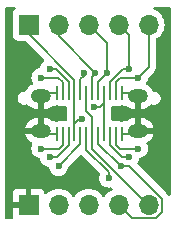
<source format=gbr>
%TF.GenerationSoftware,KiCad,Pcbnew,8.0.7*%
%TF.CreationDate,2025-05-14T16:02:52-05:00*%
%TF.ProjectId,usbc_breakout,75736263-5f62-4726-9561-6b6f75742e6b,rev?*%
%TF.SameCoordinates,Original*%
%TF.FileFunction,Copper,L1,Top*%
%TF.FilePolarity,Positive*%
%FSLAX46Y46*%
G04 Gerber Fmt 4.6, Leading zero omitted, Abs format (unit mm)*
G04 Created by KiCad (PCBNEW 8.0.7) date 2025-05-14 16:02:52*
%MOMM*%
%LPD*%
G01*
G04 APERTURE LIST*
%TA.AperFunction,SMDPad,CuDef*%
%ADD10R,0.270000X1.300000*%
%TD*%
%TA.AperFunction,ComponentPad*%
%ADD11O,1.700000X1.200000*%
%TD*%
%TA.AperFunction,ComponentPad*%
%ADD12R,1.700000X1.700000*%
%TD*%
%TA.AperFunction,ComponentPad*%
%ADD13O,1.700000X1.700000*%
%TD*%
%TA.AperFunction,ViaPad*%
%ADD14C,0.600000*%
%TD*%
%TA.AperFunction,Conductor*%
%ADD15C,0.200000*%
%TD*%
G04 APERTURE END LIST*
D10*
%TO.P,P1,A1,GND*%
%TO.N,/GND*%
X4850000Y-7780000D03*
%TO.P,P1,A2,TX1+*%
%TO.N,/P02*%
X5350000Y-7780000D03*
%TO.P,P1,A3,TX1-*%
%TO.N,/P03*%
X5850000Y-7780000D03*
%TO.P,P1,A4,VBUS*%
%TO.N,/VBUS*%
X6350000Y-7780000D03*
%TO.P,P1,A5,CC1*%
%TO.N,/P05*%
X6850000Y-7780000D03*
%TO.P,P1,A6,D+*%
%TO.N,/P06*%
X7350000Y-7780000D03*
%TO.P,P1,A7,D-*%
%TO.N,/P07*%
X7850000Y-7780000D03*
%TO.P,P1,A8,SBU1*%
%TO.N,/P08*%
X8350000Y-7780000D03*
%TO.P,P1,A9,VBUS*%
%TO.N,/VBUS*%
X8850000Y-7780000D03*
%TO.P,P1,A10,RX2-*%
%TO.N,/P10*%
X9350000Y-7780000D03*
%TO.P,P1,A11,RX2+*%
%TO.N,/P11*%
X9850000Y-7780000D03*
%TO.P,P1,A12,GND*%
%TO.N,/GND*%
X10350000Y-7780000D03*
%TO.P,P1,B1,GND*%
X10350000Y-11280000D03*
%TO.P,P1,B2,TX2+*%
%TO.N,/P02*%
X9850000Y-11280000D03*
%TO.P,P1,B3,TX2-*%
%TO.N,/P03*%
X9350000Y-11280000D03*
%TO.P,P1,B4,VBUS*%
%TO.N,/VBUS*%
X8850000Y-11280000D03*
%TO.P,P1,B5,CC2*%
%TO.N,/P05*%
X8350000Y-11280000D03*
%TO.P,P1,B6,D+*%
%TO.N,/P06*%
X7850000Y-11280000D03*
%TO.P,P1,B7,D-*%
%TO.N,/P07*%
X7350000Y-11280000D03*
%TO.P,P1,B8,SBU2*%
%TO.N,/P08*%
X6850000Y-11280000D03*
%TO.P,P1,B9,VBUS*%
%TO.N,/VBUS*%
X6350000Y-11280000D03*
%TO.P,P1,B10,RX1-*%
%TO.N,/P10*%
X5850000Y-11280000D03*
%TO.P,P1,B11,RX1+*%
%TO.N,/P11*%
X5350000Y-11280000D03*
%TO.P,P1,B12,GND*%
%TO.N,/GND*%
X4850000Y-11280000D03*
D11*
%TO.P,P1,S1,SHIELD*%
X3500000Y-8060000D03*
X3500000Y-11000000D03*
X11700000Y-8060000D03*
X11700000Y-11000000D03*
%TD*%
D12*
%TO.P,J3,1,Pin_1*%
%TO.N,/VBUS*%
X2460000Y-2000000D03*
D13*
%TO.P,J3,2,Pin_2*%
%TO.N,/P07*%
X5000000Y-2000000D03*
%TO.P,J3,3,Pin_3*%
%TO.N,/P08*%
X7540000Y-2000000D03*
%TO.P,J3,4,Pin_4*%
%TO.N,/P10*%
X10080000Y-2000000D03*
%TO.P,J3,5,Pin_5*%
%TO.N,/P11*%
X12620000Y-2000000D03*
%TD*%
D12*
%TO.P,J2,1,Pin_1*%
%TO.N,/GND*%
X2460000Y-17240000D03*
D13*
%TO.P,J2,2,Pin_2*%
%TO.N,/P02*%
X5000000Y-17240000D03*
%TO.P,J2,3,Pin_3*%
%TO.N,/P03*%
X7540000Y-17240000D03*
%TO.P,J2,4,Pin_4*%
%TO.N,/P05*%
X10080000Y-17240000D03*
%TO.P,J2,5,Pin_5*%
%TO.N,/P06*%
X12620000Y-17240000D03*
%TD*%
D14*
%TO.N,/GND*%
X1250000Y-14750000D03*
X13750000Y-14750000D03*
X13750000Y-4500000D03*
X1250000Y-4500000D03*
%TO.N,/VBUS*%
X8000000Y-9000000D03*
X7000000Y-10000000D03*
%TO.N,/P07*%
X9250000Y-15000000D03*
%TO.N,/P05*%
X10250000Y-14000000D03*
%TO.N,/P08*%
X5000000Y-14000000D03*
%TO.N,/P03*%
X11000000Y-13250000D03*
%TO.N,/P10*%
X4250000Y-13250000D03*
%TO.N,/P02*%
X11750000Y-12500000D03*
%TO.N,/P11*%
X3500000Y-12500000D03*
%TO.N,/P08*%
X9125000Y-6125000D03*
%TO.N,/P10*%
X11000000Y-5750000D03*
%TO.N,/P07*%
X8125000Y-6125000D03*
%TO.N,/P05*%
X7125000Y-6125000D03*
%TO.N,/P03*%
X4250000Y-5750000D03*
%TO.N,/P11*%
X11750000Y-6500000D03*
%TO.N,/P02*%
X3500000Y-6500000D03*
%TD*%
D15*
%TO.N,/P05*%
X13770000Y-17880000D02*
X13250000Y-18400000D01*
X13770000Y-16763654D02*
X13770000Y-17880000D01*
X10250000Y-14000000D02*
X11006346Y-14000000D01*
X11006346Y-14000000D02*
X13770000Y-16763654D01*
X13250000Y-18400000D02*
X11240000Y-18400000D01*
X11240000Y-18400000D02*
X10080000Y-17240000D01*
%TO.N,/VBUS*%
X8850000Y-8665000D02*
X8850000Y-7780000D01*
X8515000Y-9000000D02*
X8850000Y-8665000D01*
X8000000Y-9000000D02*
X8515000Y-9000000D01*
X6745000Y-10000000D02*
X7000000Y-10000000D01*
X6350000Y-10395000D02*
X6745000Y-10000000D01*
X6350000Y-11280000D02*
X6350000Y-10395000D01*
%TO.N,/P06*%
X7350000Y-9350000D02*
X7850000Y-9850000D01*
X7350000Y-7780000D02*
X7350000Y-9350000D01*
X7850000Y-9850000D02*
X7850000Y-11280000D01*
%TO.N,/P07*%
X7850000Y-6400000D02*
X7850000Y-7780000D01*
X8125000Y-6125000D02*
X7850000Y-6400000D01*
%TO.N,/P08*%
X8350000Y-6900000D02*
X8350000Y-7780000D01*
X9125000Y-3585000D02*
X7540000Y-2000000D01*
X9125000Y-6125000D02*
X9125000Y-3585000D01*
X9125000Y-6125000D02*
X8350000Y-6900000D01*
%TO.N,/P05*%
X6850000Y-6600000D02*
X6850000Y-7780000D01*
X7125000Y-6125000D02*
X7125000Y-6325000D01*
X7125000Y-6325000D02*
X6850000Y-6600000D01*
%TO.N,/P07*%
X5000000Y-3000000D02*
X5000000Y-2000000D01*
X8125000Y-6125000D02*
X5000000Y-3000000D01*
%TO.N,/P06*%
X12315686Y-17000000D02*
X12585000Y-17000000D01*
X7850000Y-12534314D02*
X12315686Y-17000000D01*
X7850000Y-11280000D02*
X7850000Y-12534314D01*
%TO.N,/P07*%
X7350000Y-12600000D02*
X7350000Y-11280000D01*
X9250000Y-14500000D02*
X7350000Y-12600000D01*
X9250000Y-15000000D02*
X9250000Y-14500000D01*
%TO.N,/P05*%
X8350000Y-12100000D02*
X10250000Y-14000000D01*
X8350000Y-11280000D02*
X8350000Y-12100000D01*
%TO.N,/P08*%
X6850000Y-12150000D02*
X5000000Y-14000000D01*
X6850000Y-11280000D02*
X6850000Y-12150000D01*
%TO.N,/P03*%
X10369314Y-13250000D02*
X11000000Y-13250000D01*
X9350000Y-12230686D02*
X10369314Y-13250000D01*
X9350000Y-11280000D02*
X9350000Y-12230686D01*
%TO.N,/P10*%
X4830686Y-13250000D02*
X4250000Y-13250000D01*
X5850000Y-12230686D02*
X4830686Y-13250000D01*
X5850000Y-11280000D02*
X5850000Y-12230686D01*
%TO.N,/P02*%
X10185000Y-12500000D02*
X11750000Y-12500000D01*
X9850000Y-12165000D02*
X10185000Y-12500000D01*
X9850000Y-11280000D02*
X9850000Y-12165000D01*
%TO.N,/P11*%
X5350000Y-12165000D02*
X5015000Y-12500000D01*
X5015000Y-12500000D02*
X3500000Y-12500000D01*
X5350000Y-11280000D02*
X5350000Y-12165000D01*
X12620000Y-5630000D02*
X11750000Y-6500000D01*
X12620000Y-2000000D02*
X12620000Y-5630000D01*
%TO.N,/P10*%
X11000000Y-2920000D02*
X11000000Y-5750000D01*
X10080000Y-2000000D02*
X11000000Y-2920000D01*
%TO.N,/VBUS*%
X2460000Y-2775686D02*
X2460000Y-2000000D01*
X6350000Y-6665686D02*
X2460000Y-2775686D01*
X6350000Y-7780000D02*
X6350000Y-6665686D01*
%TO.N,/P10*%
X10429314Y-5750000D02*
X11000000Y-5750000D01*
X9350000Y-6829314D02*
X10429314Y-5750000D01*
X9350000Y-7780000D02*
X9350000Y-6829314D01*
%TO.N,/P03*%
X5850000Y-6829314D02*
X5850000Y-7780000D01*
X4770686Y-5750000D02*
X5850000Y-6829314D01*
X4250000Y-5750000D02*
X4770686Y-5750000D01*
%TO.N,/P11*%
X10245000Y-6500000D02*
X11750000Y-6500000D01*
X9850000Y-6895000D02*
X10245000Y-6500000D01*
X9850000Y-7780000D02*
X9850000Y-6895000D01*
%TO.N,/P02*%
X4955000Y-6500000D02*
X3500000Y-6500000D01*
X5350000Y-6895000D02*
X4955000Y-6500000D01*
X5350000Y-7780000D02*
X5350000Y-6895000D01*
%TO.N,/GND*%
X11420000Y-11280000D02*
X11700000Y-11000000D01*
X10350000Y-11280000D02*
X11420000Y-11280000D01*
X10350000Y-7780000D02*
X11420000Y-7780000D01*
X11420000Y-7780000D02*
X11700000Y-8060000D01*
X3780000Y-11280000D02*
X3500000Y-11000000D01*
X4850000Y-11280000D02*
X3780000Y-11280000D01*
X3780000Y-7780000D02*
X3500000Y-8060000D01*
X4850000Y-7780000D02*
X3780000Y-7780000D01*
%TO.N,/VBUS*%
X8850000Y-11280000D02*
X8850000Y-7780000D01*
X6350000Y-7780000D02*
X6350000Y-11280000D01*
%TD*%
%TA.AperFunction,Conductor*%
%TO.N,/GND*%
G36*
X1336936Y-520185D02*
G01*
X1382691Y-572989D01*
X1392635Y-642147D01*
X1363610Y-705703D01*
X1344208Y-723766D01*
X1252455Y-792452D01*
X1252452Y-792455D01*
X1166206Y-907664D01*
X1166202Y-907671D01*
X1115908Y-1042517D01*
X1109501Y-1102116D01*
X1109500Y-1102135D01*
X1109500Y-2897870D01*
X1109501Y-2897876D01*
X1115908Y-2957483D01*
X1166202Y-3092328D01*
X1166206Y-3092335D01*
X1252452Y-3207544D01*
X1252455Y-3207547D01*
X1367664Y-3293793D01*
X1367671Y-3293797D01*
X1390563Y-3302335D01*
X1502517Y-3344091D01*
X1562127Y-3350500D01*
X2134216Y-3350499D01*
X2201255Y-3370183D01*
X2221897Y-3386818D01*
X3765234Y-4930155D01*
X3798719Y-4991478D01*
X3793735Y-5061170D01*
X3752993Y-5115593D01*
X3753188Y-5115837D01*
X3752251Y-5116583D01*
X3751863Y-5117103D01*
X3749969Y-5118403D01*
X3747739Y-5120182D01*
X3620184Y-5247737D01*
X3524210Y-5400478D01*
X3464630Y-5570750D01*
X3461132Y-5601798D01*
X3434064Y-5666211D01*
X3376468Y-5705765D01*
X3351798Y-5711132D01*
X3320750Y-5714630D01*
X3150478Y-5774210D01*
X2997737Y-5870184D01*
X2870184Y-5997737D01*
X2774211Y-6150476D01*
X2714631Y-6320745D01*
X2714630Y-6320750D01*
X2694435Y-6499996D01*
X2694435Y-6500003D01*
X2714630Y-6679249D01*
X2714631Y-6679254D01*
X2774211Y-6849523D01*
X2805958Y-6900048D01*
X2824958Y-6967285D01*
X2804590Y-7034120D01*
X2757260Y-7076504D01*
X2673478Y-7119194D01*
X2533397Y-7220967D01*
X2410967Y-7343397D01*
X2309195Y-7483475D01*
X2243814Y-7611795D01*
X2195840Y-7662591D01*
X2133329Y-7679500D01*
X2027525Y-7679500D01*
X1898993Y-7713940D01*
X1887511Y-7717017D01*
X1761988Y-7789488D01*
X1761982Y-7789493D01*
X1659493Y-7891982D01*
X1659488Y-7891988D01*
X1587017Y-8017511D01*
X1587016Y-8017515D01*
X1549500Y-8157525D01*
X1549500Y-8302475D01*
X1584405Y-8432741D01*
X1587017Y-8442488D01*
X1659488Y-8568011D01*
X1659490Y-8568013D01*
X1659491Y-8568015D01*
X1761985Y-8670509D01*
X1761986Y-8670510D01*
X1761988Y-8670511D01*
X1887511Y-8742982D01*
X1887512Y-8742982D01*
X1887515Y-8742984D01*
X2027525Y-8780500D01*
X2027528Y-8780500D01*
X2172472Y-8780500D01*
X2172475Y-8780500D01*
X2294492Y-8747805D01*
X2364339Y-8749468D01*
X2414264Y-8779899D01*
X2533397Y-8899032D01*
X2673475Y-9000804D01*
X2827742Y-9079408D01*
X2992415Y-9132914D01*
X3163429Y-9160000D01*
X3250000Y-9160000D01*
X3250000Y-8460000D01*
X3750000Y-8460000D01*
X3750000Y-9160000D01*
X3836571Y-9160000D01*
X4007584Y-9132914D01*
X4172257Y-9079408D01*
X4326525Y-9000803D01*
X4438245Y-8919634D01*
X4504052Y-8896154D01*
X4554465Y-8903771D01*
X4607616Y-8923595D01*
X4607627Y-8923598D01*
X4667155Y-8929999D01*
X4667172Y-8930000D01*
X4715000Y-8930000D01*
X4715000Y-8928627D01*
X4734685Y-8861588D01*
X4787489Y-8815833D01*
X4856647Y-8805889D01*
X4913310Y-8829360D01*
X4935310Y-8845829D01*
X4977182Y-8901762D01*
X4981676Y-8926676D01*
X4985000Y-8930000D01*
X5032828Y-8930000D01*
X5032844Y-8929999D01*
X5084399Y-8924456D01*
X5110902Y-8924455D01*
X5167127Y-8930500D01*
X5532872Y-8930499D01*
X5586743Y-8924708D01*
X5613254Y-8924708D01*
X5638756Y-8927450D01*
X5703307Y-8954188D01*
X5743155Y-9011581D01*
X5749500Y-9050739D01*
X5749500Y-10009261D01*
X5729815Y-10076300D01*
X5677011Y-10122055D01*
X5638752Y-10132551D01*
X5613252Y-10135292D01*
X5586747Y-10135292D01*
X5571723Y-10133676D01*
X5532873Y-10129500D01*
X5532866Y-10129500D01*
X5167130Y-10129500D01*
X5167120Y-10129501D01*
X5110903Y-10135544D01*
X5084396Y-10135544D01*
X5032828Y-10130000D01*
X4985000Y-10130000D01*
X4978724Y-10136275D01*
X4965315Y-10181942D01*
X4935310Y-10214170D01*
X4913310Y-10230639D01*
X4847846Y-10255056D01*
X4779573Y-10240204D01*
X4730168Y-10190799D01*
X4715000Y-10131372D01*
X4715000Y-10130000D01*
X4667155Y-10130000D01*
X4607627Y-10136401D01*
X4607620Y-10136403D01*
X4554462Y-10156229D01*
X4484770Y-10161212D01*
X4438246Y-10140365D01*
X4326524Y-10059195D01*
X4172257Y-9980591D01*
X4007584Y-9927085D01*
X3836571Y-9900000D01*
X3750000Y-9900000D01*
X3750000Y-10600000D01*
X3250000Y-10600000D01*
X3250000Y-9900000D01*
X3163429Y-9900000D01*
X2992415Y-9927085D01*
X2827742Y-9980591D01*
X2673475Y-10059195D01*
X2533397Y-10160967D01*
X2410967Y-10283397D01*
X2309195Y-10423475D01*
X2230591Y-10577744D01*
X2177085Y-10742415D01*
X2175884Y-10749999D01*
X2175885Y-10750000D01*
X2934314Y-10750000D01*
X2929920Y-10754394D01*
X2877259Y-10845606D01*
X2850000Y-10947339D01*
X2850000Y-11052661D01*
X2877259Y-11154394D01*
X2929920Y-11245606D01*
X2934314Y-11250000D01*
X2175885Y-11250000D01*
X2177085Y-11257584D01*
X2230591Y-11422255D01*
X2309195Y-11576524D01*
X2410967Y-11716602D01*
X2533397Y-11839032D01*
X2673477Y-11940805D01*
X2728701Y-11968943D01*
X2779497Y-12016917D01*
X2796293Y-12084738D01*
X2777405Y-12145393D01*
X2774210Y-12150477D01*
X2774210Y-12150478D01*
X2714633Y-12320737D01*
X2714630Y-12320750D01*
X2694435Y-12499996D01*
X2694435Y-12500003D01*
X2714630Y-12679249D01*
X2714631Y-12679254D01*
X2774211Y-12849523D01*
X2852573Y-12974235D01*
X2870184Y-13002262D01*
X2997738Y-13129816D01*
X3150478Y-13225789D01*
X3320745Y-13285368D01*
X3351795Y-13288866D01*
X3416207Y-13315930D01*
X3455763Y-13373524D01*
X3461132Y-13398201D01*
X3464630Y-13429249D01*
X3524210Y-13599521D01*
X3524211Y-13599522D01*
X3620184Y-13752262D01*
X3747738Y-13879816D01*
X3900478Y-13975789D01*
X4070745Y-14035368D01*
X4101795Y-14038866D01*
X4166207Y-14065930D01*
X4205763Y-14123524D01*
X4211132Y-14148201D01*
X4214630Y-14179249D01*
X4274210Y-14349521D01*
X4274211Y-14349522D01*
X4370184Y-14502262D01*
X4497738Y-14629816D01*
X4650478Y-14725789D01*
X4820745Y-14785368D01*
X4820750Y-14785369D01*
X4999996Y-14805565D01*
X5000000Y-14805565D01*
X5000004Y-14805565D01*
X5179249Y-14785369D01*
X5179252Y-14785368D01*
X5179255Y-14785368D01*
X5349522Y-14725789D01*
X5502262Y-14629816D01*
X5629816Y-14502262D01*
X5725789Y-14349522D01*
X5785368Y-14179255D01*
X5795161Y-14092329D01*
X5822226Y-14027918D01*
X5830690Y-14018543D01*
X6787318Y-13061916D01*
X6848641Y-13028431D01*
X6918333Y-13033415D01*
X6962680Y-13061916D01*
X6988349Y-13087585D01*
X6988355Y-13087590D01*
X8476123Y-14575359D01*
X8509608Y-14636682D01*
X8505484Y-14703994D01*
X8464632Y-14820742D01*
X8464630Y-14820750D01*
X8444435Y-14999996D01*
X8444435Y-15000003D01*
X8464630Y-15179249D01*
X8464631Y-15179254D01*
X8524211Y-15349523D01*
X8585880Y-15447668D01*
X8620184Y-15502262D01*
X8747738Y-15629816D01*
X8900478Y-15725789D01*
X9014637Y-15765735D01*
X9070745Y-15785368D01*
X9070750Y-15785369D01*
X9249996Y-15805565D01*
X9250000Y-15805565D01*
X9250003Y-15805565D01*
X9433365Y-15784905D01*
X9502187Y-15796959D01*
X9553567Y-15844308D01*
X9571191Y-15911919D01*
X9549465Y-15978325D01*
X9499654Y-16020507D01*
X9402171Y-16065964D01*
X9402169Y-16065965D01*
X9208597Y-16201505D01*
X9041505Y-16368597D01*
X8911575Y-16554158D01*
X8856998Y-16597783D01*
X8787500Y-16604977D01*
X8725145Y-16573454D01*
X8708425Y-16554158D01*
X8578494Y-16368597D01*
X8411402Y-16201506D01*
X8411395Y-16201501D01*
X8217834Y-16065967D01*
X8217830Y-16065965D01*
X8120345Y-16020507D01*
X8003663Y-15966097D01*
X8003659Y-15966096D01*
X8003655Y-15966094D01*
X7775413Y-15904938D01*
X7775403Y-15904936D01*
X7540001Y-15884341D01*
X7539999Y-15884341D01*
X7304596Y-15904936D01*
X7304586Y-15904938D01*
X7076344Y-15966094D01*
X7076335Y-15966098D01*
X6862171Y-16065964D01*
X6862169Y-16065965D01*
X6668597Y-16201505D01*
X6501505Y-16368597D01*
X6371575Y-16554158D01*
X6316998Y-16597783D01*
X6247500Y-16604977D01*
X6185145Y-16573454D01*
X6168425Y-16554158D01*
X6038494Y-16368597D01*
X5871402Y-16201506D01*
X5871395Y-16201501D01*
X5677834Y-16065967D01*
X5677830Y-16065965D01*
X5580345Y-16020507D01*
X5463663Y-15966097D01*
X5463659Y-15966096D01*
X5463655Y-15966094D01*
X5235413Y-15904938D01*
X5235403Y-15904936D01*
X5000001Y-15884341D01*
X4999999Y-15884341D01*
X4764596Y-15904936D01*
X4764586Y-15904938D01*
X4536344Y-15966094D01*
X4536335Y-15966098D01*
X4322171Y-16065964D01*
X4322169Y-16065965D01*
X4128600Y-16201503D01*
X4006284Y-16323819D01*
X3944961Y-16357303D01*
X3875269Y-16352319D01*
X3819336Y-16310447D01*
X3802421Y-16279470D01*
X3753354Y-16147913D01*
X3753350Y-16147906D01*
X3667190Y-16032812D01*
X3667187Y-16032809D01*
X3552093Y-15946649D01*
X3552086Y-15946645D01*
X3417379Y-15896403D01*
X3417372Y-15896401D01*
X3357844Y-15890000D01*
X2710000Y-15890000D01*
X2710000Y-16806988D01*
X2652993Y-16774075D01*
X2525826Y-16740000D01*
X2394174Y-16740000D01*
X2267007Y-16774075D01*
X2210000Y-16806988D01*
X2210000Y-15890000D01*
X1562155Y-15890000D01*
X1502627Y-15896401D01*
X1502620Y-15896403D01*
X1367913Y-15946645D01*
X1367906Y-15946649D01*
X1252812Y-16032809D01*
X1252809Y-16032812D01*
X1166649Y-16147906D01*
X1166645Y-16147913D01*
X1116403Y-16282620D01*
X1116401Y-16282627D01*
X1110000Y-16342155D01*
X1110000Y-16990000D01*
X2026988Y-16990000D01*
X1994075Y-17047007D01*
X1960000Y-17174174D01*
X1960000Y-17305826D01*
X1994075Y-17432993D01*
X2026988Y-17490000D01*
X1110000Y-17490000D01*
X1110000Y-18137844D01*
X1116401Y-18197372D01*
X1116403Y-18197379D01*
X1166676Y-18332167D01*
X1171660Y-18401858D01*
X1138175Y-18463181D01*
X1076852Y-18496666D01*
X1050494Y-18499500D01*
X624500Y-18499500D01*
X557461Y-18479815D01*
X511706Y-18427011D01*
X500500Y-18375500D01*
X500500Y-624500D01*
X520185Y-557461D01*
X572989Y-511706D01*
X624500Y-500500D01*
X1269897Y-500500D01*
X1336936Y-520185D01*
G37*
%TD.AperFunction*%
%TA.AperFunction,Conductor*%
G36*
X14442539Y-520185D02*
G01*
X14488294Y-572989D01*
X14499500Y-624500D01*
X14499500Y-16363409D01*
X14479815Y-16430448D01*
X14427011Y-16476203D01*
X14357853Y-16486147D01*
X14294297Y-16457122D01*
X14268113Y-16425409D01*
X14250522Y-16394941D01*
X14250521Y-16394940D01*
X14250520Y-16394938D01*
X14138716Y-16283134D01*
X14138715Y-16283133D01*
X14134385Y-16278803D01*
X14134374Y-16278793D01*
X11691260Y-13835679D01*
X11657775Y-13774356D01*
X11662759Y-13704664D01*
X11673944Y-13682031D01*
X11725789Y-13599522D01*
X11785368Y-13429255D01*
X11788866Y-13398203D01*
X11815930Y-13333792D01*
X11873523Y-13294235D01*
X11898196Y-13288867D01*
X11929255Y-13285368D01*
X12099522Y-13225789D01*
X12252262Y-13129816D01*
X12379816Y-13002262D01*
X12475789Y-12849522D01*
X12535368Y-12679255D01*
X12555565Y-12500000D01*
X12535368Y-12320745D01*
X12475789Y-12150478D01*
X12460473Y-12126102D01*
X12441473Y-12058865D01*
X12461841Y-11992030D01*
X12509175Y-11949644D01*
X12526522Y-11940805D01*
X12666602Y-11839032D01*
X12789032Y-11716602D01*
X12890804Y-11576524D01*
X12969408Y-11422255D01*
X13022914Y-11257584D01*
X13024115Y-11250000D01*
X12265686Y-11250000D01*
X12270080Y-11245606D01*
X12322741Y-11154394D01*
X12350000Y-11052661D01*
X12350000Y-10947339D01*
X12322741Y-10845606D01*
X12270080Y-10754394D01*
X12265686Y-10750000D01*
X13024115Y-10750000D01*
X13024115Y-10749999D01*
X13022914Y-10742415D01*
X12969408Y-10577744D01*
X12890804Y-10423475D01*
X12789032Y-10283397D01*
X12666602Y-10160967D01*
X12526524Y-10059195D01*
X12372257Y-9980591D01*
X12207584Y-9927085D01*
X12036571Y-9900000D01*
X11950000Y-9900000D01*
X11950000Y-10600000D01*
X11450000Y-10600000D01*
X11450000Y-9900000D01*
X11363429Y-9900000D01*
X11192415Y-9927085D01*
X11027742Y-9980591D01*
X10873475Y-10059195D01*
X10761753Y-10140366D01*
X10695946Y-10163845D01*
X10645535Y-10156229D01*
X10592379Y-10136403D01*
X10592372Y-10136401D01*
X10532844Y-10130000D01*
X10485000Y-10130000D01*
X10485000Y-10131372D01*
X10465315Y-10198411D01*
X10412511Y-10244166D01*
X10343353Y-10254110D01*
X10286690Y-10230639D01*
X10264690Y-10214170D01*
X10222818Y-10158237D01*
X10218323Y-10133323D01*
X10215000Y-10130000D01*
X10167155Y-10130000D01*
X10115602Y-10135544D01*
X10089097Y-10135544D01*
X10032873Y-10129500D01*
X10032863Y-10129500D01*
X9667130Y-10129500D01*
X9667123Y-10129501D01*
X9613253Y-10135292D01*
X9586743Y-10135291D01*
X9561243Y-10132549D01*
X9496692Y-10105810D01*
X9456845Y-10048417D01*
X9450500Y-10009260D01*
X9450500Y-9050738D01*
X9470185Y-8983699D01*
X9522989Y-8937944D01*
X9561242Y-8927449D01*
X9586753Y-8924707D01*
X9613246Y-8924707D01*
X9667127Y-8930500D01*
X10032872Y-8930499D01*
X10089096Y-8924455D01*
X10115601Y-8924456D01*
X10167155Y-8929999D01*
X10167172Y-8930000D01*
X10215000Y-8930000D01*
X10221275Y-8923724D01*
X10234685Y-8878057D01*
X10264690Y-8845829D01*
X10286690Y-8829360D01*
X10352154Y-8804943D01*
X10420427Y-8819795D01*
X10469832Y-8869200D01*
X10485000Y-8928627D01*
X10485000Y-8930000D01*
X10532828Y-8930000D01*
X10532844Y-8929999D01*
X10592376Y-8923598D01*
X10645534Y-8903771D01*
X10715226Y-8898787D01*
X10761753Y-8919634D01*
X10873475Y-9000804D01*
X11027742Y-9079408D01*
X11192415Y-9132914D01*
X11363429Y-9160000D01*
X11450000Y-9160000D01*
X11450000Y-8460000D01*
X11950000Y-8460000D01*
X11950000Y-9160000D01*
X12036571Y-9160000D01*
X12207584Y-9132914D01*
X12372257Y-9079408D01*
X12526524Y-9000804D01*
X12666598Y-8899035D01*
X12785734Y-8779899D01*
X12847057Y-8746414D01*
X12905506Y-8747804D01*
X13027525Y-8780500D01*
X13027528Y-8780500D01*
X13172472Y-8780500D01*
X13172475Y-8780500D01*
X13312485Y-8742984D01*
X13438015Y-8670509D01*
X13540509Y-8568015D01*
X13612984Y-8442485D01*
X13650500Y-8302475D01*
X13650500Y-8157525D01*
X13612984Y-8017515D01*
X13540509Y-7891985D01*
X13438015Y-7789491D01*
X13438013Y-7789490D01*
X13438011Y-7789488D01*
X13312488Y-7717017D01*
X13312489Y-7717017D01*
X13301006Y-7713940D01*
X13172475Y-7679500D01*
X13066672Y-7679500D01*
X12999633Y-7659815D01*
X12956187Y-7611795D01*
X12890804Y-7483475D01*
X12789032Y-7343397D01*
X12666602Y-7220967D01*
X12526524Y-7119195D01*
X12480614Y-7095803D01*
X12429818Y-7047828D01*
X12413023Y-6980007D01*
X12431916Y-6919345D01*
X12444041Y-6900048D01*
X12475789Y-6849522D01*
X12535368Y-6679255D01*
X12545161Y-6592329D01*
X12572226Y-6527918D01*
X12580689Y-6518544D01*
X13100520Y-5998716D01*
X13179577Y-5861785D01*
X13220501Y-5709057D01*
X13220501Y-5550942D01*
X13220501Y-5543347D01*
X13220500Y-5543329D01*
X13220500Y-3289090D01*
X13240185Y-3222051D01*
X13292101Y-3176706D01*
X13297830Y-3174035D01*
X13491401Y-3038495D01*
X13658495Y-2871401D01*
X13794035Y-2677830D01*
X13893903Y-2463663D01*
X13955063Y-2235408D01*
X13975659Y-2000000D01*
X13955063Y-1764592D01*
X13893903Y-1536337D01*
X13794035Y-1322171D01*
X13788425Y-1314158D01*
X13658494Y-1128597D01*
X13491402Y-961506D01*
X13491395Y-961501D01*
X13297834Y-825967D01*
X13297830Y-825965D01*
X13225968Y-792455D01*
X13106790Y-736881D01*
X13054352Y-690710D01*
X13035200Y-623516D01*
X13055416Y-556635D01*
X13108581Y-511300D01*
X13159196Y-500500D01*
X14375500Y-500500D01*
X14442539Y-520185D01*
G37*
%TD.AperFunction*%
%TD*%
M02*

</source>
